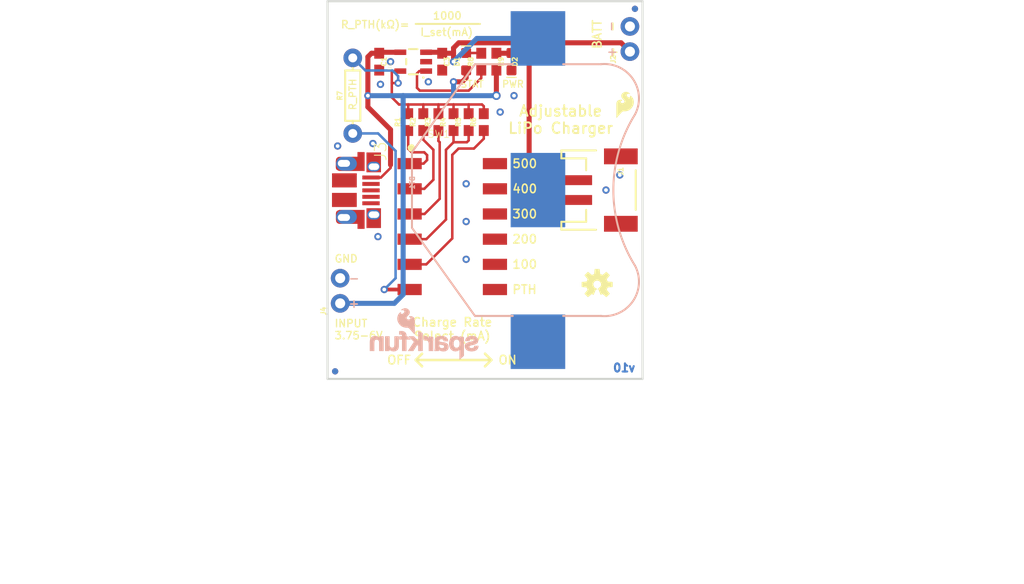
<source format=kicad_pcb>
(kicad_pcb (version 20211014) (generator pcbnew)
  (layers (0 "F.Cu" signal) (31 "B.Cu" signal) (34 "B.Paste" user) (35 "F.Paste" user) (36 "B.SilkS" user "B.Silkscreen") (37 "F.SilkS" user "F.Silkscreen") (38 "B.Mask" user) (39 "F.Mask" user) (44 "Edge.Cuts" user))
  (net 0 "")
  (net 1 "GND")
  (net 2 "N$2")
  (net 3 "N$3")
  (net 4 "N$4")
  (net 5 "N$5")
  (net 6 "N$6")
  (net 7 "N$7")
  (net 8 "PROG")
  (net 9 "V_BATT")
  (net 10 "VCC")
  (net 11 "N$1")
  (net 12 "N$12")
  (net 13 "N$8")
  (footprint "boardEagle:CREATIVE_COMMONS" (layer "F.Cu") (at 119.9261 144.3736)
    (fp_text reference "FRAME1" hide)
    (fp_text value "FRAME-LETTER" hide)
  )
  (footprint "boardEagle:1X02_NO_SILK" (layer "F.Cu") (at 133.8961 116.4336 90)
    (fp_text reference "J4" (at -1.27 -1.397 90) (layer "F.SilkS") (effects (font (size 0.48768 0.48768) (thickness 0.12192)) (justify left bottom)))
    (fp_text value "")
    (pad "1" thru_hole circle (at 0 0 180) (size 1.8796 1.8796) (drill 1.016) (layers *.Cu *.Mask) (net 10 "VCC"))
    (pad "2" thru_hole circle (at 2.54 0 180) (size 1.8796 1.8796) (drill 1.016) (layers *.Cu *.Mask) (net 1 "GND"))
  )
  (footprint "boardEagle:JST-2-SMD" (layer "F.Cu") (at 160.6931 105.0036 -90)
    (fp_text reference "J1" (at -1.397 -1.778 -90) (layer "F.SilkS") (effects (font (size 0.48768 0.48768) (thickness 0.12192)) (justify left bottom)))
    (fp_text value "")
    (pad "1" smd rect (at -1 3.7 270) (size 1 4.6) (layers "F.Cu" "F.Paste" "F.Mask") (net 1 "GND"))
    (pad "2" smd rect (at 1 3.7 270) (size 1 4.6) (layers "F.Cu" "F.Paste" "F.Mask") (net 9 "V_BATT"))
    (pad "NC1" smd rect (at -3.4 -1.5) (size 3.4 1.6) (layers "F.Cu" "F.Paste" "F.Mask"))
    (pad "NC2" smd rect (at 3.4 -1.5) (size 3.4 1.6) (layers "F.Cu" "F.Paste" "F.Mask"))
  )
  (footprint "boardEagle:0603" (layer "F.Cu") (at 140.7541 98.1456 90)
    (fp_text reference "R1" (at 0 -0.762 90) (layer "F.SilkS") (effects (font (size 0.48768 0.48768) (thickness 0.12192)) (justify bottom)))
    (fp_text value "2.0k")
    (pad "1" smd rect (at -0.85 0 90) (size 1.1 1) (layers "F.Cu" "F.Paste" "F.Mask") (net 2 "N$2"))
    (pad "2" smd rect (at 0.85 0 90) (size 1.1 1) (layers "F.Cu" "F.Paste" "F.Mask") (net 8 "PROG"))
  )
  (footprint "boardEagle:DIPSWITCH-06-SMD" (layer "F.Cu") (at 145.1991 108.6866 -90)
    (fp_text reference "SW1" (at -8.89 2.54) (layer "F.SilkS") (effects (font (size 0.747776 0.747776) (thickness 0.065024)) (justify left bottom)))
    (fp_text value "DIP-06")
    (pad "1" smd rect (at -6.35 4.3) (size 2.44 1.13) (layers "F.Cu" "F.Paste" "F.Mask") (net 2 "N$2"))
    (pad "2" smd rect (at -3.81 4.3) (size 2.44 1.13) (layers "F.Cu" "F.Paste" "F.Mask") (net 3 "N$3"))
    (pad "3" smd rect (at -1.27 4.3) (size 2.44 1.13) (layers "F.Cu" "F.Paste" "F.Mask") (net 4 "N$4"))
    (pad "4" smd rect (at 1.27 4.3) (size 2.44 1.13) (layers "F.Cu" "F.Paste" "F.Mask") (net 5 "N$5"))
    (pad "5" smd rect (at 3.81 4.3) (size 2.44 1.13) (layers "F.Cu" "F.Paste" "F.Mask") (net 6 "N$6"))
    (pad "6" smd rect (at 6.35 4.3) (size 2.44 1.13) (layers "F.Cu" "F.Paste" "F.Mask") (net 7 "N$7"))
    (pad "7" smd rect (at 6.35 -4.3) (size 2.44 1.13) (layers "F.Cu" "F.Paste" "F.Mask") (net 1 "GND"))
    (pad "8" smd rect (at 3.81 -4.3) (size 2.44 1.13) (layers "F.Cu" "F.Paste" "F.Mask") (net 1 "GND"))
    (pad "9" smd rect (at 1.27 -4.3) (size 2.44 1.13) (layers "F.Cu" "F.Paste" "F.Mask") (net 1 "GND"))
    (pad "10" smd rect (at -1.27 -4.3) (size 2.44 1.13) (layers "F.Cu" "F.Paste" "F.Mask") (net 1 "GND"))
    (pad "11" smd rect (at -3.81 -4.3) (size 2.44 1.13) (layers "F.Cu" "F.Paste" "F.Mask") (net 1 "GND"))
    (pad "12" smd rect (at -6.35 -4.3) (size 2.44 1.13) (layers "F.Cu" "F.Paste" "F.Mask") (net 1 "GND"))
  )
  (footprint "boardEagle:1X02_NO_SILK" (layer "F.Cu") (at 163.1061 91.0336 90)
    (fp_text reference "J2" (at -1.27 -1.397 90) (layer "F.SilkS") (effects (font (size 0.48768 0.48768) (thickness 0.12192)) (justify left bottom)))
    (fp_text value "")
    (pad "1" thru_hole circle (at 0 0 180) (size 1.8796 1.8796) (drill 1.016) (layers *.Cu *.Mask) (net 9 "V_BATT"))
    (pad "2" thru_hole circle (at 2.54 0 180) (size 1.8796 1.8796) (drill 1.016) (layers *.Cu *.Mask) (net 1 "GND"))
  )
  (footprint "boardEagle:0603" (layer "F.Cu") (at 145.3261 98.1456 90)
    (fp_text reference "R4" (at 0 -0.762 90) (layer "F.SilkS") (effects (font (size 0.48768 0.48768) (thickness 0.12192)) (justify bottom)))
    (fp_text value "10k")
    (pad "1" smd rect (at -0.85 0 90) (size 1.1 1) (layers "F.Cu" "F.Paste" "F.Mask") (net 5 "N$5"))
    (pad "2" smd rect (at 0.85 0 90) (size 1.1 1) (layers "F.Cu" "F.Paste" "F.Mask") (net 8 "PROG"))
  )
  (footprint "boardEagle:USB-MICROB-PTH" (layer "F.Cu") (at 135.6741 105.0036 -90)
    (fp_text reference "J3" (at -2.838581 -2.985918 -90) (layer "F.SilkS") (effects (font (size 1.1684 1.1684) (thickness 0.1016)) (justify left bottom)))
    (fp_text value "")
    (fp_poly (pts (xy -1.928601 1.904069) (xy -2.052404 2.137495) (xy -2.178787 2.205573) (xy -2.311551 2.219081) (xy -2.916753 2.219081) (xy -3.145598 2.182551) (xy -3.248081 2.107904) (xy -3.320562 2.007887) (xy -3.358564 1.890443) (xy -3.363475 0.034082) (xy -3.838895 0.034082) (xy -3.83327 -0.685918) (xy -1.923502 -0.685918)) (layer "F.Cu") (width 0) (fill solid))
    (fp_poly (pts (xy 3.916418 0.029082) (xy 3.411418 0.029082) (xy 3.411418 1.880392) (xy 3.373399 1.997887) (xy 3.300918 2.097904) (xy 3.198435 2.172551) (xy 2.96959 2.209081) (xy 2.363118 2.209081) (xy 2.230708 2.187085) (xy 2.109296 2.111421) (xy 2.001418 1.872699) (xy 2.001418 -0.685918) (xy 3.916418 -0.685918)) (layer "F.Cu") (width 0) (fill solid))
    (pad "" np_thru_hole circle (at -2.359181 -1.540918 270) (size 0.66 0.66) (drill 0.66) (layers *.Cu *.Mask))
    (pad "" np_thru_hole circle (at -2.349181 -1.690918 270) (size 0.66 0.66) (drill 0.66) (layers *.Cu *.Mask))
    (pad "" np_thru_hole circle (at -2.353781 -1.431718 270) (size 0.66 0.66) (drill 0.66) (layers *.Cu *.Mask))
    (pad "" np_thru_hole circle (at 2.480818 -1.820918 270) (size 0.66 0.66) (drill 0.66) (layers *.Cu *.Mask))
    (pad "" np_thru_hole circle (at 2.486218 -1.431718 270) (size 0.66 0.66) (drill 0.66) (layers *.Cu *.Mask))
    (pad "" np_thru_hole circle (at 2.766418 1.496081 270) (size 0.7 0.7) (drill 0.7) (layers *.Cu *.Mask))
    (pad "" np_thru_hole circle (at 2.768418 1.134081 270) (size 0.7 0.7) (drill 0.7) (layers *.Cu *.Mask))
    (pad "" np_thru_hole circle (at 2.490818 -1.690918 270) (size 0.66 0.66) (drill 0.66) (layers *.Cu *.Mask))
    (pad "" np_thru_hole circle (at 2.480818 -1.540918 270) (size 0.66 0.66) (drill 0.66) (layers *.Cu *.Mask))
    (pad "" np_thru_hole circle (at -2.693581 1.664081 270) (size 0.7 0.7) (drill 0.7) (layers *.Cu *.Mask))
    (pad "" np_thru_hole circle (at 2.767418 1.303081 270) (size 0.7 0.7) (drill 0.7) (layers *.Cu *.Mask))
    (pad "" np_thru_hole circle (at -2.359181 -1.820918 270) (size 0.66 0.66) (drill 0.66) (layers *.Cu *.Mask))
    (pad "" np_thru_hole circle (at -2.692581 1.300081 270) (size 0.7 0.7) (drill 0.7) (layers *.Cu *.Mask))
    (pad "" np_thru_hole circle (at 2.766418 1.664081 270) (size 0.7 0.7) (drill 0.7) (layers *.Cu *.Mask))
    (pad "" np_thru_hole circle (at -2.693581 1.499081 270) (size 0.7 0.7) (drill 0.7) (layers *.Cu *.Mask))
    (pad "" np_thru_hole circle (at -2.692581 1.134081 270) (size 0.7 0.7) (drill 0.7) (layers *.Cu *.Mask))
    (pad "D+" smd rect (at 0.031418 -1.330918) (size 1.75 0.4) (layers "F.Cu" "F.Mask"))
    (pad "D-" smd rect (at -0.618581 -1.330918) (size 1.75 0.4) (layers "F.Cu" "F.Mask"))
    (pad "GND" smd rect (at 1.331418 -1.330918) (size 1.75 0.4) (layers "F.Cu" "F.Mask") (net 1 "GND"))
    (pad "ID" smd rect (at 0.681418 -1.330918) (size 1.75 0.4) (layers "F.Cu" "F.Mask"))
    (pad "P$1" smd roundrect (at 2.701418 1.142081) (size 2.1 1.4) (layers "B.Cu") (roundrect_rratio 0.5))
    (pad "P$2" smd roundrect (at 2.487418 -1.593918) (size 1.3 1) (layers "F.Cu" "F.Paste" "F.Mask") (roundrect_rratio 0.5))
    (pad "P$3" smd roundrect (at -2.658543 1.143784) (size 2.1 1.4) (layers "B.Cu") (roundrect_rratio 0.5))
    (pad "P$4" smd roundrect (at -2.367981 -1.603918) (size 1.3 1) (layers "B.Cu") (roundrect_rratio 0.5))
    (pad "P$6" smd roundrect (at -2.367981 -1.603918) (size 1.3 1) (layers "F.Cu" "F.Paste" "F.Mask") (roundrect_rratio 0.5))
    (pad "P$8" smd roundrect (at 2.701418 1.142081) (size 1.5 1.1) (layers "F.Cu" "F.Paste" "F.Mask") (roundrect_rratio 0.5))
    (pad "P$10" smd roundrect (at 2.481418 -1.597918) (size 1.3 1) (layers "B.Cu") (roundrect_rratio 0.5))
    (pad "P$12" smd roundrect (at -2.658543 1.143784) (size 1.5 1.1) (layers "F.Cu" "F.Paste" "F.Mask") (roundrect_rratio 0.5))
    (pad "SHEILD2" smd rect (at 2.831018 -1.605918) (size 1.46 2) (layers "F.Cu" "F.Paste" "F.Mask"))
    (pad "SHIELD" smd rect (at -2.793581 -1.605918) (size 1.46 2) (layers "F.Cu" "F.Paste" "F.Mask"))
    (pad "SHIELD3" smd rect (at -0.978581 1.349081) (size 2.5 1.425) (layers "F.Cu" "F.Paste" "F.Mask"))
    (pad "SHIELD4" smd rect (at 0.996178 1.351781) (size 2.5 1.425) (layers "F.Cu" "F.Paste" "F.Mask"))
    (pad "VBUS" smd rect (at -1.268581 -1.330918) (size 1.75 0.4) (layers "F.Cu" "F.Mask") (net 10 "VCC"))
  )
  (footprint "boardEagle:FIDUCIAL-MICRO" (layer "F.Cu") (at 163.6141 86.7156)
    (fp_text reference "FD1" hide)
    (fp_text value "FIDUCIALUFIDUCIAL" hide)
    (pad "1" smd roundrect (at 0 0) (size 0.635 0.635) (layers "F.Cu" "F.Mask") (roundrect_rratio 0.5))
  )
  (footprint "boardEagle:0603" (layer "F.Cu") (at 149.6441 92.0496 -90)
    (fp_text reference "R9" (at 0 -0.762 -90) (layer "F.SilkS") (effects (font (size 0.48768 0.48768) (thickness 0.12192)) (justify bottom)))
    (fp_text value "470")
    (pad "1" smd rect (at -0.85 0 270) (size 1.1 1) (layers "F.Cu" "F.Paste" "F.Mask") (net 12 "N$12"))
    (pad "2" smd rect (at 0.85 0 270) (size 1.1 1) (layers "F.Cu" "F.Paste" "F.Mask") (net 10 "VCC"))
  )
  (footprint "boardEagle:OSHW-LOGO-S" (layer "F.Cu") (at 159.8041 114.5286)
    (fp_text reference "LOGO2" hide)
    (fp_text value "OSHW-LOGOS" hide)
  )
  (footprint "boardEagle:0603" (layer "F.Cu") (at 142.2781 98.1456 90)
    (fp_text reference "R2" (at 0 -0.762 90) (layer "F.SilkS") (effects (font (size 0.48768 0.48768) (thickness 0.12192)) (justify bottom)))
    (fp_text value "2.49k")
    (pad "1" smd rect (at -0.85 0 90) (size 1.1 1) (layers "F.Cu" "F.Paste" "F.Mask") (net 3 "N$3"))
    (pad "2" smd rect (at 0.85 0 90) (size 1.1 1) (layers "F.Cu" "F.Paste" "F.Mask") (net 8 "PROG"))
  )
  (footprint "boardEagle:LED-0603" (layer "F.Cu") (at 146.5961 92.0496 90)
    (fp_text reference "D1" (at 0 -0.635 90) (layer "F.SilkS") (effects (font (size 0.48768 0.48768) (thickness 0.12192)) (justify bottom)))
    (fp_text value "BLUE")
    (pad "A" smd roundrect (at -0.877 0) (size 1 1) (layers "F.Cu" "F.Paste" "F.Mask") (roundrect_rratio 0.15) (net 10 "VCC"))
    (pad "C" smd roundrect (at 0.877 0) (size 1 1) (layers "F.Cu" "F.Paste" "F.Mask") (roundrect_rratio 0.15) (net 13 "N$8"))
  )
  (footprint "boardEagle:LED-0603" (layer "F.Cu") (at 151.1681 92.0496 -90)
    (fp_text reference "D2" (at 0 -0.635 -90) (layer "F.SilkS") (effects (font (size 0.48768 0.48768) (thickness 0.12192)) (justify bottom)))
    (fp_text value "RED")
    (pad "A" smd roundrect (at -0.877 0 180) (size 1 1) (layers "F.Cu" "F.Paste" "F.Mask") (roundrect_rratio 0.15) (net 12 "N$12"))
    (pad "C" smd roundrect (at 0.877 0 180) (size 1 1) (layers "F.Cu" "F.Paste" "F.Mask") (roundrect_rratio 0.15) (net 1 "GND"))
  )
  (footprint "boardEagle:0603" (layer "F.Cu") (at 143.8021 98.1456 90)
    (fp_text reference "R3" (at 0 -0.762 90) (layer "F.SilkS") (effects (font (size 0.48768 0.48768) (thickness 0.12192)) (justify bottom)))
    (fp_text value "3.3k")
    (pad "1" smd rect (at -0.85 0 90) (size 1.1 1) (layers "F.Cu" "F.Paste" "F.Mask") (net 4 "N$4"))
    (pad "2" smd rect (at 0.85 0 90) (size 1.1 1) (layers "F.Cu" "F.Paste" "F.Mask") (net 8 "PROG"))
  )
  (footprint "boardEagle:0603" (layer "F.Cu") (at 144.1831 92.0496 -90)
    (fp_text reference "C3" (at 0 -0.762 -90) (layer "F.SilkS") (effects (font (size 0.48768 0.48768) (thickness 0.12192)) (justify bottom)))
    (fp_text value "4.7uF")
    (pad "1" smd rect (at -0.85 0 270) (size 1.1 1) (layers "F.Cu" "F.Paste" "F.Mask") (net 9 "V_BATT"))
    (pad "2" smd rect (at 0.85 0 270) (size 1.1 1) (layers "F.Cu" "F.Paste" "F.Mask") (net 1 "GND"))
  )
  (footprint "boardEagle:FIDUCIAL-MICRO" (layer "F.Cu") (at 133.3881 123.2916)
    (fp_text reference "FD2" hide)
    (fp_text value "FIDUCIALUFIDUCIAL" hide)
    (pad "1" smd roundrect (at 0 0) (size 0.635 0.635) (layers "F.Cu" "F.Mask") (roundrect_rratio 0.5))
  )
  (footprint "boardEagle:0603" (layer "F.Cu") (at 146.8501 98.1456 90)
    (fp_text reference "R5" (at 0 -0.762 90) (layer "F.SilkS") (effects (font (size 0.48768 0.48768) (thickness 0.12192)) (justify bottom)))
    (fp_text value "10k")
    (pad "1" smd rect (at -0.85 0 90) (size 1.1 1) (layers "F.Cu" "F.Paste" "F.Mask") (net 5 "N$5"))
    (pad "2" smd rect (at 0.85 0 90) (size 1.1 1) (layers "F.Cu" "F.Paste" "F.Mask") (net 8 "PROG"))
  )
  (footprint "boardEagle:SFE_LOGO_FLAME_.1" (layer "F.Cu") (at 161.4551 98.0186)
    (fp_text reference "LOGO1" hide)
    (fp_text value "SFE_LOGO_FLAME.1_INCH" hide)
  )
  (footprint "boardEagle:0603" (layer "F.Cu") (at 137.8331 92.0496 -90)
    (fp_text reference "C1" (at 0 -0.762 -90) (layer "F.SilkS") (effects (font (size 0.48768 0.48768) (thickness 0.12192)) (justify bottom)))
    (fp_text value "4.7uF")
    (pad "1" smd rect (at -0.85 0 270) (size 1.1 1) (layers "F.Cu" "F.Paste" "F.Mask") (net 10 "VCC"))
    (pad "2" smd rect (at 0.85 0 270) (size 1.1 1) (layers "F.Cu" "F.Paste" "F.Mask") (net 1 "GND"))
  )
  (footprint "boardEagle:AXIAL-0.3" (layer "F.Cu") (at 135.1661 95.4786 90)
    (fp_text reference "R7" (at 0 -1.016 90) (layer "F.SilkS") (effects (font (size 0.48768 0.48768) (thickness 0.12192)) (justify bottom)))
    (fp_text value "PTH")
    (pad "P$1" thru_hole circle (at -3.81 0 90) (size 1.8796 1.8796) (drill 0.9) (layers *.Cu *.Mask) (net 7 "N$7"))
    (pad "P$2" thru_hole circle (at 3.81 0 90) (size 1.8796 1.8796) (drill 0.9) (layers *.Cu *.Mask) (net 8 "PROG"))
  )
  (footprint "boardEagle:0603" (layer "F.Cu") (at 148.1201 92.0496 90)
    (fp_text reference "R8" (at 0 -0.762 90) (layer "F.SilkS") (effects (font (size 0.48768 0.48768) (thickness 0.12192)) (justify bottom)))
    (fp_text value "330")
    (pad "1" smd rect (at -0.85 0 90) (size 1.1 1) (layers "F.Cu" "F.Paste" "F.Mask") (net 11 "N$1"))
    (pad "2" smd rect (at 0.85 0 90) (size 1.1 1) (layers "F.Cu" "F.Paste" "F.Mask") (net 13 "N$8"))
  )
  (footprint "boardEagle:0603" (layer "F.Cu") (at 148.3741 98.1456 90)
    (fp_text reference "R6" (at 0 -0.762 90) (layer "F.SilkS") (effects (font (size 0.48768 0.48768) (thickness 0.12192)) (justify bottom)))
    (fp_text value "10k")
    (pad "1" smd rect (at -0.85 0 90) (size 1.1 1) (layers "F.Cu" "F.Paste" "F.Mask") (net 6 "N$6"))
    (pad "2" smd rect (at 0.85 0 90) (size 1.1 1) (layers "F.Cu" "F.Paste" "F.Mask") (net 8 "PROG"))
  )
  (footprint "boardEagle:SOT23-5" (layer "F.Cu") (at 141.2621 92.0496 90)
    (fp_text reference "U1" (at -0.889 -2.159 90) (layer "F.SilkS") (effects (font (size 0.373888 0.373888) (thickness 0.032512)) (justify left bottom)))
    (fp_text value "MCP73831")
    (pad "1" smd rect (at -0.95 1.3001 90) (size 0.55 1.2) (layers "F.Cu" "F.Paste" "F.Mask") (net 11 "N$1"))
    (pad "2" smd rect (at 0 1.3001 90) (size 0.55 1.2) (layers "F.Cu" "F.Paste" "F.Mask") (net 1 "GND"))
    (pad "3" smd rect (at 0.95 1.3001 90) (size 0.55 1.2) (layers "F.Cu" "F.Paste" "F.Mask") (net 9 "V_BATT"))
    (pad "4" smd rect (at 0.95 -1.3001 90) (size 0.55 1.2) (layers "F.Cu" "F.Paste" "F.Mask") (net 10 "VCC"))
    (pad "5" smd rect (at -0.95 -1.3001 90) (size 0.55 1.2) (layers "F.Cu" "F.Paste" "F.Mask") (net 8 "PROG"))
  )
  (footprint "boardEagle:FIDUCIAL-MICRO" (layer "B.Cu") (at 133.3881 123.2916 180)
    (fp_text reference "FD3" hide)
    (fp_text value "FIDUCIALUFIDUCIAL" hide)
    (pad "1" smd roundrect (at 0 0 180) (size 0.635 0.635) (layers "B.Cu" "B.Mask") (roundrect_rratio 0.5))
  )
  (footprint "boardEagle:SFE_LOGO_NAME_FLAME_.1" (layer "B.Cu") (at 148.2471 122.1486 180)
    (fp_text reference "U$1" hide)
    (fp_text value "" hide)
  )
  (footprint "boardEagle:FIDUCIAL-MICRO" (layer "B.Cu") (at 163.6141 86.7156 180)
    (fp_text reference "FD4" hide)
    (fp_text value "FIDUCIALUFIDUCIAL" hide)
    (pad "1" smd roundrect (at 0 0 180) (size 0.635 0.635) (layers "B.Cu" "B.Mask") (roundrect_rratio 0.5))
  )
  (footprint "boardEagle:BATTCON_24.5MM_SMD" (layer "B.Cu") (at 153.8351 105.0036 90)
    (fp_text reference "BT1" (at 0 -12.954 270) (layer "B.SilkS") (effects (font (size 0.48768 0.48768) (thickness 0.12192)) (justify right top mirror)))
    (fp_text value "")
    (pad "1" smd rect (at -15.3 0 90) (size 5.5 5.5) (layers "B.Cu" "B.Mask"))
    (pad "2" smd rect (at 0 0 90) (size 7.5 5.5) (layers "B.Cu" "B.Paste" "B.Mask") (net 1 "GND"))
    (pad "3" smd rect (at 15.3 0 90) (size 5.5 5.5) (layers "B.Cu" "B.Mask") (net 9 "V_BATT"))
  )
  (gr_line (start 141.5161 122.1486) (end 142.1511 121.5136) (layer "F.SilkS") (width 0.254))
  (gr_line (start 141.5161 88.2396) (end 147.9931 88.2396) (layer "F.SilkS") (width 0.2032))
  (gr_line (start 141.5161 122.1486) (end 149.1361 122.1486) (layer "F.SilkS") (width 0.254))
  (gr_line (start 149.1361 122.1486) (end 148.5011 122.7836) (layer "F.SilkS") (width 0.254))
  (gr_line (start 149.1361 122.1486) (end 148.5011 121.5136) (layer "F.SilkS") (width 0.254))
  (gr_line (start 141.5161 122.1486) (end 142.1511 122.7836) (layer "F.SilkS") (width 0.254))
  (gr_line (start 132.6261 85.9536) (end 132.6261 124.0536) (layer "Edge.Cuts") (width 0.2032))
  (gr_line (start 164.3761 124.0536) (end 164.3761 85.9536) (layer "Edge.Cuts") (width 0.2032))
  (gr_line (start 164.3761 85.9536) (end 132.6261 85.9536) (layer "Edge.Cuts") (width 0.2032))
  (gr_line (start 132.6261 124.0536) (end 164.3761 124.0536) (layer "Edge.Cuts") (width 0.2032))
  (gr_text "v10" (at 163.7411 123.4186) (layer "B.Cu") (effects (font (size 0.8128 0.8128) (thickness 0.2032)) (justify left bottom mirror)))
  (gr_text "+" (at 161.3281 91.0336) (layer "B.SilkS") (effects (font (size 0.8636 0.8636) (thickness 0.1524)) (justify mirror)))
  (gr_text "+" (at 135.9281 116.9416) (layer "B.SilkS") (effects (font (size 0.8636 0.8636) (thickness 0.1524)) (justify left bottom mirror)))
  (gr_text "-" (at 161.3281 88.4936 -90) (layer "B.SilkS") (effects (font (size 0.8636 0.8636) (thickness 0.1524)) (justify mirror)))
  (gr_text "-" (at 135.9281 114.4016) (layer "B.SilkS") (effects (font (size 0.8636 0.8636) (thickness 0.1524)) (justify left bottom mirror)))
  (gr_text "-" (at 161.3281 88.4936 90) (layer "F.SilkS") (effects (font (size 0.8636 0.8636) (thickness 0.1524))))
  (gr_text "Adjustable\nLiPo Charger" (at 156.1211 97.8916) (layer "F.SilkS") (effects (font (size 1.0795 1.0795) (thickness 0.1905))))
  (gr_text "100" (at 151.1681 112.4966) (layer "F.SilkS") (effects (font (size 0.8636 0.8636) (thickness 0.1524)) (justify left)))
  (gr_text "R_PTH(kΩ)=" (at 133.8961 88.7476) (layer "F.SilkS") (effects (font (size 0.75565 0.75565) (thickness 0.13335)) (justify left bottom)))
  (gr_text "Charge Rate\nSelect (mA)" (at 145.1991 117.8306) (layer "F.SilkS") (effects (font (size 0.8636 0.8636) (thickness 0.1524)) (justify top)))
  (gr_text "OFF" (at 141.1351 122.1486) (layer "F.SilkS") (effects (font (size 0.8636 0.8636) (thickness 0.1524)) (justify right)))
  (gr_text "400" (at 151.1681 104.8766) (layer "F.SilkS") (effects (font (size 0.8636 0.8636) (thickness 0.1524)) (justify left)))
  (gr_text "1000" (at 143.1671 87.8586) (layer "F.SilkS") (effects (font (size 0.75565 0.75565) (thickness 0.13335)) (justify left bottom)))
  (gr_text "PTH" (at 151.1681 115.0366) (layer "F.SilkS") (effects (font (size 0.8636 0.8636) (thickness 0.1524)) (justify left)))
  (gr_text "ON" (at 149.7711 122.1486) (layer "F.SilkS") (effects (font (size 0.8636 0.8636) (thickness 0.1524)) (justify left)))
  (gr_text "300" (at 151.1681 107.4166) (layer "F.SilkS") (effects (font (size 0.8636 0.8636) (thickness 0.1524)) (justify left)))
  (gr_text "BATT" (at 159.2961 87.7316 90) (layer "F.SilkS") (effects (font (size 0.8636 0.8636) (thickness 0.1524)) (justify right top)))
  (gr_text "+" (at 161.4551 91.0336) (layer "F.SilkS") (effects (font (size 0.8636 0.8636) (thickness 0.1524))))
  (gr_text "GND" (at 133.2611 112.3696) (layer "F.SilkS") (effects (font (size 0.75565 0.75565) (thickness 0.13335)) (justify left bottom)))
  (gr_text "PWR" (at 150.1521 94.7166) (layer "F.SilkS") (effects (font (size 0.69088 0.69088) (thickness 0.12192)) (justify left bottom)))
  (gr_text "STAT" (at 145.9611 94.7166) (layer "F.SilkS") (effects (font (size 0.69088 0.69088) (thickness 0.12192)) (justify left bottom)))
  (gr_text "R_PTH" (at 135.1661 95.3516 90) (layer "F.SilkS") (effects (font (size 0.69088 0.69088) (thickness 0.12192))))
  (gr_text "500" (at 151.1681 102.3366) (layer "F.SilkS") (effects (font (size 0.8636 0.8636) (thickness 0.1524)) (justify left)))
  (gr_text "INPUT\n3.75-6V" (at 133.2611 120.1166) (layer "F.SilkS") (effects (font (size 0.75565 0.75565) (thickness 0.13335)) (justify left bottom)))
  (gr_text "200" (at 151.1681 109.9566) (layer "F.SilkS") (effects (font (size 0.8636 0.8636) (thickness 0.1524)) (justify left)))
  (gr_text "I_set(mA)" (at 141.8971 89.5096) (layer "F.SilkS") (effects (font (size 0.75565 0.75565) (thickness 0.13335)) (justify left bottom)))
  (via (at 137.1981 100.3046) (size 0.7366) (drill 0.381) (layers "F.Cu" "B.Cu") (net 1))
  (via (at 146.5961 111.9886) (size 0.7366) (drill 0.381) (layers "F.Cu" "B.Cu") (net 1))
  (via (at 133.6421 100.5586) (size 0.7366) (drill 0.381) (layers "F.Cu" "B.Cu") (net 1))
  (via (at 137.7061 109.7026) (size 0.7366) (drill 0.381) (layers "F.Cu" "B.Cu") (net 1))
  (via (at 151.4221 95.4786) (size 0.7366) (drill 0.381) (layers "F.Cu" "B.Cu") (net 1))
  (via (at 146.5961 108.1786) (size 0.7366) (drill 0.381) (layers "F.Cu" "B.Cu") (net 1))
  (via (at 162.0901 103.4796) (size 0.7366) (drill 0.381) (layers "F.Cu" "B.Cu") (net 1))
  (via (at 146.5961 104.3686) (size 0.7366) (drill 0.381) (layers "F.Cu" "B.Cu") (net 1))
  (via (at 138.9761 92.0496) (size 0.7366) (drill 0.381) (layers "F.Cu" "B.Cu") (net 1))
  (via (at 137.9601 94.3356) (size 0.7366) (drill 0.381) (layers "F.Cu" "B.Cu") (net 1))
  (via (at 142.7861 94.0816) (size 0.7366) (drill 0.381) (layers "F.Cu" "B.Cu") (net 1))
  (via (at 150.0251 97.1296) (size 0.7366) (drill 0.381) (layers "F.Cu" "B.Cu") (net 1))
  (via (at 160.6931 105.0036) (size 0.7366) (drill 0.381) (layers "F.Cu" "B.Cu") (net 1))
  (segment (start 142.29989 102.3366) (end 142.6591 101.977391) (width 0.254) (layer "F.Cu") (net 2))
  (segment (start 142.6591 101.977391) (end 142.6591 101.477579) (width 0.254) (layer "F.Cu") (net 2))
  (segment (start 140.8991 102.3366) (end 142.29989 102.3366) (width 0.254) (layer "F.Cu") (net 2))
  (segment (start 140.7541 100.834391) (end 140.7541 98.9956) (width 0.254) (layer "F.Cu") (net 2))
  (segment (start 142.6591 101.477579) (end 142.375121 101.1936) (width 0.254) (layer "F.Cu") (net 2))
  (segment (start 142.375121 101.1936) (end 141.113309 101.1936) (width 0.254) (layer "F.Cu") (net 2))
  (segment (start 141.113309 101.1936) (end 140.7541 100.834391) (width 0.254) (layer "F.Cu") (net 2))
  (segment (start 142.37829 104.8766) (end 143.2941 103.960791) (width 0.254) (layer "F.Cu") (net 3))
  (segment (start 143.2941 100.9396) (end 142.2781 99.9236) (width 0.254) (layer "F.Cu") (net 3))
  (segment (start 143.2941 103.960791) (end 143.2941 100.9396) (width 0.254) (layer "F.Cu") (net 3))
  (segment (start 142.2781 99.9236) (end 142.2781 98.9956) (width 0.254) (layer "F.Cu") (net 3))
  (segment (start 140.8991 104.8766) (end 142.37829 104.8766) (width 0.254) (layer "F.Cu") (net 3))
  (segment (start 143.9291 105.887319) (end 143.9291 100.1776) (width 0.254) (layer "F.Cu") (net 4))
  (segment (start 140.8991 107.4166) (end 142.399818 107.4166) (width 0.254) (layer "F.Cu") (net 4))
  (segment (start 143.8021 100.0506) (end 143.8021 98.9956) (width 0.254) (layer "F.Cu") (net 4))
  (segment (start 143.9291 100.1776) (end 143.8021 100.0506) (width 0.254) (layer "F.Cu") (net 4))
  (segment (start 142.399818 107.4166) (end 143.9291 105.887319) (width 0.254) (layer "F.Cu") (net 4))
  (segment (start 145.3261 98.9956) (end 145.3261 100.1776) (width 0.254) (layer "F.Cu") (net 5))
  (segment (start 146.670496 100.1776) (end 146.8501 99.997997) (width 0.254) (layer "F.Cu") (net 5))
  (segment (start 144.5641 100.9396) (end 145.3261 100.1776) (width 0.254) (layer "F.Cu") (net 5))
  (segment (start 142.580296 109.9566) (end 144.5641 107.972797) (width 0.254) (layer "F.Cu") (net 5))
  (segment (start 146.8501 99.997997) (end 146.8501 98.9956) (width 0.254) (layer "F.Cu") (net 5))
  (segment (start 144.5641 107.972797) (end 144.5641 100.9396) (width 0.254) (layer "F.Cu") (net 5))
  (segment (start 140.8991 109.9566) (end 142.580296 109.9566) (width 0.254) (layer "F.Cu") (net 5))
  (segment (start 145.3261 100.1776) (end 146.670496 100.1776) (width 0.254) (layer "F.Cu") (net 5))
  (segment (start 147.3822 100.8126) (end 148.3741 99.8207) (width 0.254) (layer "F.Cu") (net 6))
  (segment (start 142.580928 112.4966) (end 145.1991 109.878429) (width 0.254) (layer "F.Cu") (net 6))
  (segment (start 140.8991 112.4966) (end 142.580928 112.4966) (width 0.254) (layer "F.Cu") (net 6))
  (segment (start 148.3741 99.8207) (end 148.3741 98.9956) (width 0.254) (layer "F.Cu") (net 6))
  (segment (start 145.8341 100.8126) (end 147.3822 100.8126) (width 0.254) (layer "F.Cu") (net 6))
  (segment (start 145.1991 109.878429) (end 145.1991 101.4476) (width 0.254) (layer "F.Cu") (net 6))
  (segment (start 145.1991 101.4476) (end 145.8341 100.8126) (width 0.254) (layer "F.Cu") (net 6))
  (segment (start 138.3411 115.0366) (end 140.8991 115.0366) (width 0.381) (layer "F.Cu") (net 7))
  (via (at 138.3411 115.0366) (size 0.7366) (drill 0.381) (layers "F.Cu" "B.Cu") (net 7))
  (segment (start 139.4841 113.8936) (end 138.3411 115.0366) (width 0.254) (layer "B.Cu") (net 7))
  (segment (start 135.1661 99.2886) (end 137.719762 99.2886) (width 0.254) (layer "B.Cu") (net 7))
  (segment (start 139.4841 101.052938) (end 139.4841 113.8936) (width 0.254) (layer "B.Cu") (net 7))
  (segment (start 137.719762 99.2886) (end 139.4841 101.052938) (width 0.254) (layer "B.Cu") (net 7))
  (segment (start 140.7541 97.2956) (end 140.7541 96.3676) (width 0.254) (layer "F.Cu") (net 8))
  (segment (start 145.3261 96.3676) (end 146.8501 96.3676) (width 0.254) (layer "F.Cu") (net 8))
  (segment (start 139.7381 94.2086) (end 139.1031 94.2086) (width 0.254) (layer "F.Cu") (net 8))
  (segment (start 148.3741 96.547204) (end 148.194496 96.3676) (width 0.254) (layer "F.Cu") (net 8))
  (segment (start 140.7541 96.3676) (end 142.2781 96.3676) (width 0.254) (layer "F.Cu") (net 8))
  (segment (start 139.821518 96.3676) (end 140.7541 96.3676) (width 0.254) (layer "F.Cu") (net 8))
  (segment (start 143.8021 97.2956) (end 143.8021 96.3676) (width 0.254) (layer "F.Cu") (net 8))
  (segment (start 139.1031 95.649182) (end 139.821518 96.3676) (width 0.254) (layer "F.Cu") (net 8))
  (segment (start 142.2781 96.3676) (end 143.8021 96.3676) (width 0.254) (layer "F.Cu") (net 8))
  (segment (start 143.8021 96.3676) (end 145.3261 96.3676) (width 0.254) (layer "F.Cu") (net 8))
  (segment (start 139.962 92.9996) (end 139.246225 92.9996) (width 0.254) (layer "F.Cu") (net 8))
  (segment (start 139.1031 93.142725) (end 139.1031 94.2086) (width 0.254) (layer "F.Cu") (net 8))
  (segment (start 139.1031 94.2086) (end 139.1031 95.649182) (width 0.254) (layer "F.Cu") (net 8))
  (segment (start 142.2781 97.2956) (end 142.2781 96.3676) (width 0.254) (layer "F.Cu") (net 8))
  (segment (start 145.3261 97.2956) (end 145.3261 96.3676) (width 0.254) (layer "F.Cu") (net 8))
  (segment (start 148.194496 96.3676) (end 146.8501 96.3676) (width 0.254) (layer "F.Cu") (net 8))
  (segment (start 139.246225 92.9996) (end 139.1031 93.142725) (width 0.254) (layer "F.Cu") (net 8))
  (segment (start 148.3741 97.2956) (end 148.3741 96.547204) (width 0.254) (layer "F.Cu") (net 8))
  (segment (start 146.8501 97.2956) (end 146.8501 96.3676) (width 0.254) (layer "F.Cu") (net 8))
  (via (at 139.7381 94.2086) (size 0.7366) (drill 0.381) (layers "F.Cu" "B.Cu") (net 8))
  (segment (start 135.1661 91.6686) (end 136.4361 92.9386) (width 0.254) (layer "B.Cu") (net 8))
  (segment (start 136.4361 92.9386) (end 139.17014 92.9386) (width 0.254) (layer "B.Cu") (net 8))
  (segment (start 139.17014 92.9386) (end 139.7381 93.50656) (width 0.254) (layer "B.Cu") (net 8))
  (segment (start 139.7381 93.50656) (end 139.7381 94.2086) (width 0.254) (layer "B.Cu") (net 8))
  (segment (start 153.954131 106.0036) (end 152.9461 104.995569) (width 0.508) (layer "F.Cu") (net 9))
  (segment (start 152.9461 104.995569) (end 152.9461 90.1446) (width 0.508) (layer "F.Cu") (net 9))
  (segment (start 152.9461 90.1446) (end 145.849734 90.1446) (width 0.508) (layer "F.Cu") (net 9))
  (segment (start 145.3261 92.0496) (end 145.3261 91.1996) (width 0.508) (layer "F.Cu") (net 9))
  (segment (start 156.9931 106.0036) (end 153.954131 106.0036) (width 0.508) (layer "F.Cu") (net 9))
  (segment (start 145.3261 91.1996) (end 144.1831 91.1996) (width 0.508) (layer "F.Cu") (net 9))
  (segment (start 144.1831 91.0996) (end 144.1831 91.1996) (width 0.508) (layer "F.Cu") (net 9))
  (segment (start 162.2171 90.1446) (end 163.1061 91.0336) (width 0.508) (layer "F.Cu") (net 9))
  (segment (start 152.9461 90.1446) (end 162.2171 90.1446) (width 0.508) (layer "F.Cu") (net 9))
  (segment (start 145.849734 90.1446) (end 145.3261 90.668235) (width 0.508) (layer "F.Cu") (net 9))
  (segment (start 145.3261 90.668235) (end 145.3261 91.1996) (width 0.508) (layer "F.Cu") (net 9))
  (segment (start 142.5622 91.0996) (end 144.1831 91.0996) (width 0.508) (layer "F.Cu") (net 9))
  (via (at 145.3261 92.0496) (size 0.7366) (drill 0.381) (layers "F.Cu" "B.Cu") (net 9))
  (segment (start 147.6721 89.7036) (end 145.3261 92.0496) (width 0.508) (layer "B.Cu") (net 9))
  (segment (start 153.8351 89.7036) (end 147.6721 89.7036) (width 0.508) (layer "B.Cu") (net 9))
  (segment (start 136.6901 95.4786) (end 136.6901 91.564419) (width 0.508) (layer "F.Cu") (net 10))
  (segment (start 138.9761 98.9076) (end 136.6901 96.6216) (width 0.508) (layer "F.Cu") (net 10))
  (segment (start 137.005018 103.735019) (end 138.008337 103.735019) (width 0.254) (layer "F.Cu") (net 10))
  (segment (start 136.6901 91.564419) (end 137.054918 91.1996) (width 0.508) (layer "F.Cu") (net 10))
  (segment (start 138.9761 102.4636) (end 138.9761 98.9076) (width 0.508) (layer "F.Cu") (net 10))
  (segment (start 146.194493 94.0816) (end 146.5961 93.679994) (width 0.508) (layer "F.Cu") (net 10))
  (segment (start 137.054918 91.1996) (end 137.8331 91.1996) (width 0.508) (layer "F.Cu") (net 10))
  (segment (start 146.5961 93.679994) (end 146.5961 92.9266) (width 0.508) (layer "F.Cu") (net 10))
  (segment (start 138.9761 102.767257) (end 138.9761 102.4636) (width 0.254) (layer "F.Cu") (net 10))
  (segment (start 149.6441 95.4786) (end 149.6441 92.8996) (width 0.508) (layer "F.Cu") (net 10))
  (segment (start 139.962 91.0996) (end 137.8331 91.0996) (width 0.508) (layer "F.Cu") (net 10))
  (segment (start 136.6901 96.6216) (end 136.6901 95.4786) (width 0.508) (layer "F.Cu") (net 10))
  (segment (start 145.3261 94.0816) (end 146.194493 94.0816) (width 0.508) (layer "F.Cu") (net 10))
  (segment (start 138.008337 103.735019) (end 138.9761 102.767257) (width 0.254) (layer "F.Cu") (net 10))
  (segment (start 137.8331 91.0996) (end 137.8331 91.1996) (width 0.508) (layer "F.Cu") (net 10))
  (via (at 149.6441 95.4786) (size 0.8636) (drill 0.508) (layers "F.Cu" "B.Cu") (net 10))
  (via (at 136.6901 95.4786) (size 0.7366) (drill 0.381) (layers "F.Cu" "B.Cu") (net 10))
  (via (at 145.3261 94.0816) (size 0.7366) (drill 0.381) (layers "F.Cu" "B.Cu") (net 10))
  (segment (start 139.351818 116.4336) (end 133.8961 116.4336) (width 0.508) (layer "B.Cu") (net 10))
  (segment (start 140.2461 115.539319) (end 139.351818 116.4336) (width 0.508) (layer "B.Cu") (net 10))
  (segment (start 145.3261 95.4786) (end 149.6441 95.4786) (width 0.508) (layer "B.Cu") (net 10))
  (segment (start 140.2461 115.539319) (end 140.2461 95.4786) (width 0.508) (layer "B.Cu") (net 10))
  (segment (start 136.6901 95.4786) (end 140.2461 95.4786) (width 0.508) (layer "B.Cu") (net 10))
  (segment (start 145.3261 95.4786) (end 145.3261 94.0816) (width 0.508) (layer "B.Cu") (net 10))
  (segment (start 140.2461 95.4786) (end 145.3261 95.4786) (width 0.508) (layer "B.Cu") (net 10))
  (segment (start 146.8501 94.9706) (end 141.927078 94.9706) (width 0.254) (layer "F.Cu") (net 11))
  (segment (start 148.1201 92.8996) (end 148.1201 93.7006) (width 0.254) (layer "F.Cu") (net 11))
  (segment (start 141.6431 93.230635) (end 141.874134 92.9996) (width 0.254) (layer "F.Cu") (net 11))
  (segment (start 141.6431 94.686622) (end 141.6431 93.230635) (width 0.254) (layer "F.Cu") (net 11))
  (segment (start 148.1201 93.7006) (end 146.8501 94.9706) (width 0.254) (layer "F.Cu") (net 11))
  (segment (start 141.874134 92.9996) (end 142.5622 92.9996) (width 0.254) (layer "F.Cu") (net 11))
  (segment (start 141.927078 94.9706) (end 141.6431 94.686622) (width 0.254) (layer "F.Cu") (net 11))
  (segment (start 151.1681 91.1996) (end 151.1681 91.1726) (width 0.508) (layer "F.Cu") (net 12))
  (segment (start 149.6441 91.1996) (end 151.1681 91.1996) (width 0.508) (layer "F.Cu") (net 12))
  (segment (start 146.5961 91.1726) (end 148.0931 91.1726) (width 0.254) (layer "F.Cu") (net 13))
  (segment (start 148.0931 91.1726) (end 148.1201 91.1996) (width 0.254) (layer "F.Cu") (net 13))
)
</source>
